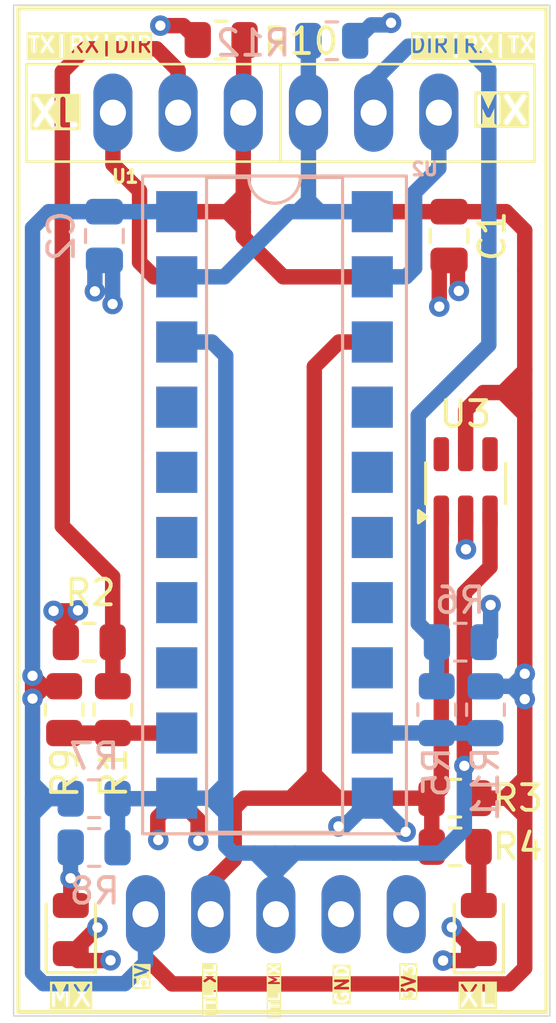
<source format=kicad_pcb>
(kicad_pcb (version 20240108) (generator "pcbnew") (generator_version "8.0")
  (layers (0 "F.Cu" signal) (1 "In1.Cu" signal) (2 "In2.Cu" signal) (31 "B.Cu" signal) (34 "B.Paste" user) (35 "F.Paste" user) (36 "B.SilkS" user "B.Silkscreen") (37 "F.SilkS" user "F.Silkscreen") (38 "B.Mask" user) (39 "F.Mask" user) (44 "Edge.Cuts" user))
  (net 0 "")
  (net 1 "GND")
  (net 2 "5V")
  (net 3 "RX_XL")
  (net 4 "DIR_MX")
  (net 5 "DIR_XL")
  (net 6 "TTL_XL")
  (net 7 "+3V3")
  (net 8 "TX_MX")
  (net 9 "TTL_MX")
  (net 10 "RX_MX")
  (net 11 "TX_XL")
  (net 36 "Net-(R1-Pad2)")
  (net 39 "Net-(R11-Pad2)")
  (net 40 "Net-(D1-A)")
  (net 41 "Net-(D2-A)")
  (footprint "Resistor_SMD:R_0805_2012Metric" (layer "F.Cu") (at 151.65 118.23)
    (property "Reference" "R2" (at 0.05 -1.93 0) (layer "F.SilkS"))
    (property "Value" "33K")
    (fp_line (start -0.227064 -0.735) (end 0.227064 -0.735) (stroke (width 0.12)) (layer "F.SilkS"))
    (fp_line (start -0.227064 0.735) (end 0.227064 0.735) (stroke (width 0.12)) (layer "F.SilkS"))
    (pad "1" smd roundrect (at -0.9125 0) (size 1.025 1.4) (layers "F.Cu" "F.Paste" "F.Mask") (roundrect_rratio 0.243902) (net 1 "GND"))
    (pad "2" smd roundrect (at 0.9125 0) (size 1.025 1.4) (layers "F.Cu" "F.Paste" "F.Mask") (roundrect_rratio 0.243902) (net 3 "RX_XL"))
  )
  (footprint "Package_TO_SOT_SMD:SOT-23-6" (layer "F.Cu") (at 166.3175 112.04 90)
    (property "Reference" "U3" (at 2.7 -0.01 0) (layer "F.SilkS"))
    (property "Value" "SRV05-4")
    (fp_line (start 0 -1.560001) (end 0.8 -1.56) (stroke (width 0.12)) (layer "F.SilkS"))
    (fp_line (start 0 -1.560001) (end -0.8 -1.56) (stroke (width 0.12)) (layer "F.SilkS"))
    (fp_line (start 0 1.560001) (end 0.8 1.56) (stroke (width 0.12)) (layer "F.SilkS"))
    (fp_line (start 0 1.560001) (end -0.8 1.56) (stroke (width 0.12)) (layer "F.SilkS"))
    (fp_poly (pts (xy -1.3 -1.51) (xy -1.54 -1.84) (xy -1.06 -1.84) (xy -1.3 -1.51)) (stroke (width 0.12)) (fill solid) (layer "F.SilkS"))
    (pad "1" smd roundrect (at -1.1375 -0.949999 90) (size 1.325 0.6) (layers "F.Cu" "F.Paste" "F.Mask") (net 6 "TTL_XL"))
    (pad "2" smd roundrect (at -1.1375 0 90) (size 1.325 0.6) (layers "F.Cu" "F.Paste" "F.Mask") (net 1 "GND"))
    (pad "3" smd roundrect (at -1.1375 0.949999 90) (size 1.325 0.6) (layers "F.Cu" "F.Paste" "F.Mask") (net 9 "TTL_MX"))
    (pad "4" smd roundrect (at 1.1375 0.949999 90) (size 1.325 0.6) (layers "F.Cu" "F.Paste" "F.Mask"))
    (pad "5" smd roundrect (at 1.1375 0 90) (size 1.325 0.6) (layers "F.Cu" "F.Paste" "F.Mask") (net 2 "5V"))
    (pad "6" smd roundrect (at 1.1375 -0.949999 90) (size 1.325 0.6) (layers "F.Cu" "F.Paste" "F.Mask"))
  )
  (footprint "Capacitor_SMD:C_0805_2012Metric" (layer "F.Cu") (at 165.67 102.4 -90)
    (property "Reference" "C1" (at 0 -1.679999 90) (layer "F.SilkS"))
    (property "Value" "C")
    (fp_line (start -0.261253 0.735) (end 0.261253 0.735) (stroke (width 0.12)) (layer "F.SilkS"))
    (fp_line (start -0.261253 -0.735) (end 0.261253 -0.735) (stroke (width 0.12)) (layer "F.SilkS"))
    (pad "1" smd roundrect (at -0.949999 0 270) (size 1 1.45) (layers "F.Cu" "F.Paste" "F.Mask") (net 2 "5V"))
    (pad "2" smd roundrect (at 0.949999 0 270) (size 1 1.45) (layers "F.Cu" "F.Paste" "F.Mask") (net 1 "GND"))
  )
  (footprint "LED_SMD:LED_0805_2012Metric" (layer "F.Cu") (at 166.83 129.43 90)
    (property "Reference" "D1" (hide yes))
    (property "Value" "GREEN")
    (fp_line (start 1 -0.96) (end -1.684999 -0.96) (stroke (width 0.12)) (layer "F.SilkS"))
    (fp_line (start -1.684999 -0.96) (end -1.684999 0.96) (stroke (width 0.12)) (layer "F.SilkS"))
    (fp_line (start -1.684999 0.96) (end 1 0.96) (stroke (width 0.12)) (layer "F.SilkS"))
    (pad "1" smd roundrect (at -0.937501 0 90) (size 0.975 1.4) (layers "F.Cu" "F.Paste" "F.Mask") (net 1 "GND"))
    (pad "2" smd roundrect (at 0.937501 0 90) (size 0.975 1.4) (layers "F.Cu" "F.Paste" "F.Mask") (net 40 "Net-(D1-A)"))
  )
  (footprint "Resistor_SMD:R_0805_2012Metric" (layer "F.Cu") (at 165.9 124.31)
    (property "Reference" "R3" (at 2.45 0 0) (layer "F.SilkS"))
    (property "Value" "10K")
    (fp_line (start -0.227064 -0.735) (end 0.227064 -0.735) (stroke (width 0.12)) (layer "F.SilkS"))
    (fp_line (start -0.227064 0.735) (end 0.227064 0.735) (stroke (width 0.12)) (layer "F.SilkS"))
    (pad "1" smd roundrect (at -0.9125 0) (size 1.025 1.4) (layers "F.Cu" "F.Paste" "F.Mask") (roundrect_rratio 0.243902) (net 6 "TTL_XL"))
    (pad "2" smd roundrect (at 0.9125 0) (size 1.025 1.4) (layers "F.Cu" "F.Paste" "F.Mask") (roundrect_rratio 0.243902) (net 2 "5V"))
  )
  (footprint "Package_DIP:DIP-20_W7.62mm_SMDSocket_SmallPads" (layer "F.Cu") (at 158.87 112.88)
    (property "Reference" "U1" (at -5.82 -12.8 0) (layer "F.SilkS") (effects (font (size 0.5 0.5) (thickness 0.125))))
    (property "Value" "74LS241")
    (fp_line (start -5.14 -12.82) (end -5.14 12.82) (stroke (width 0.12)) (layer "F.SilkS"))
    (fp_line (start -5.14 12.82) (end 5.14 12.82) (stroke (width 0.12)) (layer "F.SilkS"))
    (fp_line (start -2.65 -12.76) (end -2.65 12.76) (stroke (width 0.12)) (layer "F.SilkS"))
    (fp_line (start -2.65 12.76) (end 2.65 12.76) (stroke (width 0.12)) (layer "F.SilkS"))
    (fp_line (start -1 -12.76) (end -2.65 -12.76) (stroke (width 0.12)) (layer "F.SilkS"))
    (fp_line (start 2.65 -12.76) (end 1 -12.76) (stroke (width 0.12)) (layer "F.SilkS"))
    (fp_line (start 2.65 12.76) (end 2.65 -12.76) (stroke (width 0.12)) (layer "F.SilkS"))
    (fp_line (start 5.14 -12.82) (end -5.14 -12.82) (stroke (width 0.12)) (layer "F.SilkS"))
    (fp_line (start 5.14 12.82) (end 5.14 -12.82) (stroke (width 0.12)) (layer "F.SilkS"))
    (fp_arc (start 1 -12.76) (mid 0 -11.76) (end -1 -12.76) (stroke (width 0.12)) (layer "F.SilkS"))
    (pad "1" smd rect (at -3.81 -11.43) (size 1.6 1.6) (layers "F.Cu" "F.Paste" "F.Mask") (net 5 "DIR_XL"))
    (pad "2" smd rect (at -3.81 -8.89) (size 1.6 1.6) (layers "F.Cu" "F.Paste" "F.Mask") (net 11 "TX_XL"))
    (pad "3" smd rect (at -3.81 -6.35) (size 1.6 1.6) (layers "F.Cu" "F.Paste" "F.Mask"))
    (pad "4" smd rect (at -3.81 -3.81) (size 1.6 1.6) (layers "F.Cu" "F.Paste" "F.Mask"))
    (pad "5" smd rect (at -3.81 -1.27) (size 1.6 1.6) (layers "F.Cu" "F.Paste" "F.Mask"))
    (pad "6" smd rect (at -3.81 1.27) (size 1.6 1.6) (layers "F.Cu" "F.Paste" "F.Mask"))
    (pad "7" smd rect (at -3.81 3.81) (size 1.6 1.6) (layers "F.Cu" "F.Paste" "F.Mask"))
    (pad "8" smd rect (at -3.81 6.35) (size 1.6 1.6) (layers "F.Cu" "F.Paste" "F.Mask"))
    (pad "9" smd rect (at -3.81 8.89) (size 1.6 1.6) (layers "F.Cu" "F.Paste" "F.Mask") (net 36 "Net-(R1-Pad2)"))
    (pad "10" smd rect (at -3.81 11.43) (size 1.6 1.6) (layers "F.Cu" "F.Paste" "F.Mask") (net 1 "GND"))
    (pad "11" smd rect (at 3.81 11.43) (size 1.6 1.6) (layers "F.Cu" "F.Paste" "F.Mask") (net 6 "TTL_XL"))
    (pad "12" smd rect (at 3.81 8.89) (size 1.6 1.6) (layers "F.Cu" "F.Paste" "F.Mask"))
    (pad "13" smd rect (at 3.81 6.35) (size 1.6 1.6) (layers "F.Cu" "F.Paste" "F.Mask"))
    (pad "14" smd rect (at 3.81 3.81) (size 1.6 1.6) (layers "F.Cu" "F.Paste" "F.Mask"))
    (pad "15" smd rect (at 3.81 1.27) (size 1.6 1.6) (layers "F.Cu" "F.Paste" "F.Mask"))
    (pad "16" smd rect (at 3.81 -1.27) (size 1.6 1.6) (layers "F.Cu" "F.Paste" "F.Mask"))
    (pad "17" smd rect (at 3.81 -3.81) (size 1.6 1.6) (layers "F.Cu" "F.Paste" "F.Mask"))
    (pad "18" smd rect (at 3.81 -6.35) (size 1.6 1.6) (layers "F.Cu" "F.Paste" "F.Mask") (net 6 "TTL_XL"))
    (pad "19" smd rect (at 3.81 -8.89) (size 1.6 1.6) (layers "F.Cu" "F.Paste" "F.Mask") (net 5 "DIR_XL"))
    (pad "20" smd rect (at 3.81 -11.43) (size 1.6 1.6) (layers "F.Cu" "F.Paste" "F.Mask") (net 2 "5V"))
  )
  (footprint "Resistor_SMD:R_0805_2012Metric" (layer "F.Cu") (at 150.67 120.86 -90)
    (property "Reference" "R9" (at 2.47 -0.03 90) (layer "F.SilkS"))
    (property "Value" "4K7")
    (fp_line (start -0.227064 0.735) (end 0.227064 0.735) (stroke (width 0.12)) (layer "F.SilkS"))
    (fp_line (start -0.227064 -0.735) (end 0.227064 -0.735) (stroke (width 0.12)) (layer "F.SilkS"))
    (pad "1" smd roundrect (at -0.9125 0 270) (size 1.025 1.4) (layers "F.Cu" "F.Paste" "F.Mask") (roundrect_rratio 0.243902) (net 2 "5V"))
    (pad "2" smd roundrect (at 0.9125 0 270) (size 1.025 1.4) (layers "F.Cu" "F.Paste" "F.Mask") (roundrect_rratio 0.243902) (net 36 "Net-(R1-Pad2)"))
  )
  (footprint "Resistor_SMD:R_0805_2012Metric" (layer "F.Cu") (at 152.57 120.86 -90)
    (property "Reference" "R1" (at 2.46 -0.03 -90) (layer "F.SilkS"))
    (property "Value" "15K")
    (fp_line (start -0.227064 0.735) (end 0.227064 0.735) (stroke (width 0.12)) (layer "F.SilkS"))
    (fp_line (start -0.227064 -0.735) (end 0.227064 -0.735) (stroke (width 0.12)) (layer "F.SilkS"))
    (pad "1" smd roundrect (at -0.9125 0 270) (size 1.025 1.4) (layers "F.Cu" "F.Paste" "F.Mask") (roundrect_rratio 0.243902) (net 3 "RX_XL"))
    (pad "2" smd roundrect (at 0.9125 0 270) (size 1.025 1.4) (layers "F.Cu" "F.Paste" "F.Mask") (roundrect_rratio 0.243902) (net 36 "Net-(R1-Pad2)"))
  )
  (footprint "Resistor_SMD:R_0805_2012Metric" (layer "F.Cu") (at 165.91 126.21 180)
    (property "Reference" "R4" (at -2.44 0.01 180) (layer "F.SilkS"))
    (property "Value" "330")
    (fp_line (start -0.227064 0.735) (end 0.227064 0.735) (stroke (width 0.12)) (layer "F.SilkS"))
    (fp_line (start -0.227064 -0.735) (end 0.227064 -0.735) (stroke (width 0.12)) (layer "F.SilkS"))
    (pad "1" smd roundrect (at -0.9125 0 180) (size 1.025 1.4) (layers "F.Cu" "F.Paste" "F.Mask") (roundrect_rratio 0.243902) (net 40 "Net-(D1-A)"))
    (pad "2" smd roundrect (at 0.9125 0 180) (size 1.025 1.4) (layers "F.Cu" "F.Paste" "F.Mask") (roundrect_rratio 0.243902) (net 6 "TTL_XL"))
  )
  (footprint "Resistor_SMD:R_0805_2012Metric" (layer "F.Cu") (at 156.79 94.76)
    (property "Reference" "R10" (at 3.11 0.05 0) (layer "F.SilkS"))
    (property "Value" "10K")
    (fp_line (start -0.227064 -0.735) (end 0.227064 -0.735) (stroke (width 0.12)) (layer "F.SilkS"))
    (fp_line (start -0.227064 0.735) (end 0.227064 0.735) (stroke (width 0.12)) (layer "F.SilkS"))
    (pad "1" smd roundrect (at -0.9125 0) (size 1.025 1.4) (layers "F.Cu" "F.Paste" "F.Mask") (roundrect_rratio 0.243902) (net 1 "GND"))
    (pad "2" smd roundrect (at 0.9125 0) (size 1.025 1.4) (layers "F.Cu" "F.Paste" "F.Mask") (roundrect_rratio 0.243902) (net 5 "DIR_XL"))
  )
  (footprint "transceiver 2.0:TRANSCEIVER_2.0" (layer "F.Cu") (at 150.286 95.051)
    (property "Reference" "U$1" (hide yes))
    (property "Value" "TRANSCEIVER_2.0" (hide yes))
    (fp_line (start -1.397 -1.524) (end 19.177 -1.524) (stroke (width 0.1524)) (layer "F.SilkS"))
    (fp_line (start -1.397 37.592) (end -1.397 -1.524) (stroke (width 0.1524)) (layer "F.SilkS"))
    (fp_line (start 19.177 -1.524) (end 19.177 37.592) (stroke (width 0.1524)) (layer "F.SilkS"))
    (fp_line (start 19.177 37.592) (end -1.397 37.592) (stroke (width 0.1524)) (layer "F.SilkS"))
    (pad "1" thru_hole oval (at 14.986 2.54 90) (size 3.048 1.524) (drill 1.016) (layers "*.Cu" "*.Mask") (net 8 "TX_MX"))
    (pad "2" thru_hole oval (at 12.446 2.54 90) (size 3.048 1.524) (drill 1.016) (layers "*.Cu" "*.Mask") (net 10 "RX_MX"))
    (pad "3" thru_hole oval (at 9.906 2.54 90) (size 3.048 1.524) (drill 1.016) (layers "*.Cu" "*.Mask") (net 4 "DIR_MX"))
    (pad "4" thru_hole oval (at 7.366 2.54 90) (size 3.048 1.524) (drill 1.016) (layers "*.Cu" "*.Mask") (net 5 "DIR_XL"))
    (pad "5" thru_hole oval (at 4.826 2.54 90) (size 3.048 1.524) (drill 1.016) (layers "*.Cu" "*.Mask") (net 3 "RX_XL"))
    (pad "6" thru_hole oval (at 2.286 2.54 90) (size 3.048 1.524) (drill 1.016) (layers "*.Cu" "*.Mask") (net 11 "TX_XL"))
    (pad "7" thru_hole oval (at 3.556 33.782 90) (size 3.048 1.524) (drill 1.016) (layers "*.Cu" "*.Mask") (net 2 "5V"))
    (pad "8" thru_hole oval (at 6.096 33.782 90) (size 3.048 1.524) (drill 1.016) (layers "*.Cu" "*.Mask") (net 6 "TTL_XL"))
    (pad "9" thru_hole oval (at 8.636 33.782 90) (size 3.048 1.524) (drill 1.016) (layers "*.Cu" "*.Mask") (net 9 "TTL_MX"))
    (pad "10" thru_hole oval (at 11.176 33.782 90) (size 3.048 1.524) (drill 1.016) (layers "*.Cu" "*.Mask") (net 1 "GND"))
    (pad "11" thru_hole oval (at 13.716 33.782 90) (size 3.048 1.524) (drill 1.016) (layers "*.Cu" "*.Mask") (net 7 "+3V3"))
  )
  (footprint "LED_SMD:LED_0805_2012Metric" (layer "F.Cu") (at 150.93 129.43 90)
    (property "Reference" "D2" (hide yes))
    (property "Value" "BLUE")
    (fp_line (start 1 -0.96) (end -1.685 -0.96) (stroke (width 0.12)) (layer "F.SilkS"))
    (fp_line (start -1.685 -0.96) (end -1.685 0.96) (stroke (width 0.12)) (layer "F.SilkS"))
    (fp_line (start -1.685 0.96) (end 1 0.96) (stroke (width 0.12)) (layer "F.SilkS"))
    (pad "1" smd roundrect (at -0.9375 0 90) (size 0.975 1.4) (layers "F.Cu" "F.Paste" "F.Mask") (net 1 "GND"))
    (pad "2" smd roundrect (at 0.9375 0 90) (size 0.975 1.4) (layers "F.Cu" "F.Paste" "F.Mask") (net 41 "Net-(D2-A)"))
  )
  (footprint "Resistor_SMD:R_0805_2012Metric" (layer "B.Cu") (at 166.11 118.23 180)
    (property "Reference" "R6" (at 0.01 1.63 180) (layer "B.SilkS") (effects (justify mirror)))
    (property "Value" "33K")
    (fp_line (start 0.227064 0.735) (end -0.227064 0.735) (stroke (width 0.12)) (layer "B.SilkS"))
    (fp_line (start 0.227064 -0.735) (end -0.227064 -0.735) (stroke (width 0.12)) (layer "B.SilkS"))
    (pad "1" smd roundrect (at -0.9125 0 180) (size 1.025 1.4) (layers "B.Cu" "B.Paste" "B.Mask") (roundrect_rratio 0.243902) (net 1 "GND"))
    (pad "2" smd roundrect (at 0.9125 0 180) (size 1.025 1.4) (layers "B.Cu" "B.Paste" "B.Mask") (roundrect_rratio 0.243902) (net 10 "RX_MX"))
  )
  (footprint "Resistor_SMD:R_0805_2012Metric" (layer "B.Cu") (at 151.84 126.23)
    (property "Reference" "R8" (at 0.02 1.7 180) (layer "B.SilkS") (effects (justify mirror)))
    (property "Value" "330")
    (fp_line (start 0.227064 -0.735) (end -0.227064 -0.735) (stroke (width 0.12)) (layer "B.SilkS"))
    (fp_line (start 0.227064 0.735) (end -0.227064 0.735) (stroke (width 0.12)) (layer "B.SilkS"))
    (pad "1" smd roundrect (at -0.9125 0) (size 1.025 1.4) (layers "B.Cu" "B.Paste" "B.Mask") (roundrect_rratio 0.243902) (net 41 "Net-(D2-A)"))
    (pad "2" smd roundrect (at 0.9125 0) (size 1.025 1.4) (layers "B.Cu" "B.Paste" "B.Mask") (roundrect_rratio 0.243902) (net 9 "TTL_MX"))
  )
  (footprint "Resistor_SMD:R_0805_2012Metric" (layer "B.Cu") (at 161.1 94.79 180)
    (property "Reference" "R12" (at 3.06 -0.09 180) (layer "B.SilkS") (effects (justify mirror)))
    (property "Value" "10K")
    (fp_line (start 0.227064 0.735) (end -0.227064 0.735) (stroke (width 0.12)) (layer "B.SilkS"))
    (fp_line (start 0.227064 -0.735) (end -0.227064 -0.735) (stroke (width 0.12)) (layer "B.SilkS"))
    (pad "1" smd roundrect (at -0.9125 0 180) (size 1.025 1.4) (layers "B.Cu" "B.Paste" "B.Mask") (roundrect_rratio 0.243902) (net 1 "GND"))
    (pad "2" smd roundrect (at 0.9125 0 180) (size 1.025 1.4) (layers "B.Cu" "B.Paste" "B.Mask") (roundrect_rratio 0.243902) (net 4 "DIR_MX"))
  )
  (footprint "Package_DIP:DIP-20_W7.62mm_SMDSocket_SmallPads" (layer "B.Cu") (at 158.87 112.88 180)
    (property "Reference" "U2" (at -5.85 13.09 180) (layer "B.SilkS") (effects (font (size 0.5 0.5) (thickness 0.125)) (justify mirror)))
    (property "Value" "74LS241")
    (fp_line (start 5.14 12.82) (end 5.14 -12.82) (stroke (width 0.12)) (layer "B.SilkS"))
    (fp_line (start 5.14 -12.82) (end -5.14 -12.82) (stroke (width 0.12)) (layer "B.SilkS"))
    (fp_line (start 2.65 12.76) (end 2.65 -12.76) (stroke (width 0.12)) (layer "B.SilkS"))
    (fp_line (start 2.65 -12.76) (end -2.65 -12.76) (stroke (width 0.12)) (layer "B.SilkS"))
    (fp_line (start 1 12.76) (end 2.65 12.76) (stroke (width 0.12)) (layer "B.SilkS"))
    (fp_line (start -2.65 12.76) (end -1 12.76) (stroke (width 0.12)) (layer "B.SilkS"))
    (fp_line (start -2.65 -12.76) (end -2.65 12.76) (stroke (width 0.12)) (layer "B.SilkS"))
    (fp_line (start -5.14 12.82) (end 5.14 12.82) (stroke (width 0.12)) (layer "B.SilkS"))
    (fp_line (start -5.14 -12.82) (end -5.14 12.82) (stroke (width 0.12)) (layer "B.SilkS"))
    (fp_arc (start -1 12.76) (mid 0 11.76) (end 1 12.76) (stroke (width 0.12)) (layer "B.SilkS"))
    (pad "1" smd rect (at -3.81 11.43 180) (size 1.6 1.6) (layers "B.Cu" "B.Paste" "B.Mask") (net 4 "DIR_MX"))
    (pad "2" smd rect (at -3.81 8.89 180) (size 1.6 1.6) (layers "B.Cu" "B.Paste" "B.Mask") (net 8 "TX_MX"))
    (pad "3" smd rect (at -3.81 6.35 180) (size 1.6 1.6) (layers "B.Cu" "B.Paste" "B.Mask"))
    (pad "4" smd rect (at -3.81 3.81 180) (size 1.6 1.6) (layers "B.Cu" "B.Paste" "B.Mask"))
    (pad "5" smd rect (at -3.81 1.27 180) (size 1.6 1.6) (layers "B.Cu" "B.Paste" "B.Mask"))
    (pad "6" smd rect (at -3.81 -1.27 180) (size 1.6 1.6) (layers "B.Cu" "B.Paste" "B.Mask"))
    (pad "7" smd rect (at -3.81 -3.81 180) (size 1.6 1.6) (layers "B.Cu" "B.Paste" "B.Mask"))
    (pad "8" smd rect (at -3.81 -6.35 180) (size 1.6 1.6) (layers "B.Cu" "B.Paste" "B.Mask"))
    (pad "9" smd rect (at -3.81 -8.89 180) (size 1.6 1.6) (layers "B.Cu" "B.Paste" "B.Mask") (net 39 "Net-(R11-Pad2)"))
    (pad "10" smd rect (at -3.81 -11.43 180) (size 1.6 1.6) (layers "B.Cu" "B.Paste" "B.Mask") (net 1 "GND"))
    (pad "11" smd rect (at 3.81 -11.43 180) (size 1.6 1.6) (layers "B.Cu" "B.Paste" "B.Mask") (net 9 "TTL_MX"))
    (pad "12" smd rect (at 3.81 -8.89 180) (size 1.6 1.6) (layers "B.Cu" "B.Paste" "B.Mask"))
    (pad "13" smd rect (at 3.81 -6.35 180) (size 1.6 1.6) (layers "B.Cu" "B.Paste" "B.Mask"))
    (pad "14" smd rect (at 3.81 -3.81 180) (size 1.6 1.6) (layers "B.Cu" "B.Paste" "B.Mask"))
    (pad "15" smd rect (at 3.81 -1.27 180) (size 1.6 1.6) (layers "B.Cu" "B.Paste" "B.Mask"))
    (pad "16" smd rect (at 3.81 1.27 180) (size 1.6 1.6) (layers "B.Cu" "B.Paste" "B.Mask"))
    (pad "17" smd rect (at 3.81 3.81 180) (size 1.6 1.6) (layers "B.Cu" "B.Paste" "B.Mask"))
    (pad "18" smd rect (at 3.81 6.35 180) (size 1.6 1.6) (layers "B.Cu" "B.Paste" "B.Mask") (net 9 "TTL_MX"))
    (pad "19" smd rect (at 3.81 8.89 180) (size 1.6 1.6) (layers "B.Cu" "B.Paste" "B.Mask") (net 4 "DIR_MX"))
    (pad "20" smd rect (at 3.81 11.43 180) (size 1.6 1.6) (layers "B.Cu" "B.Paste" "B.Mask") (net 2 "5V"))
  )
  (footprint "Resistor_SMD:R_0805_2012Metric" (layer "B.Cu") (at 165.19 120.86 -90)
    (property "Reference" "R5" (at 2.44 0 90) (layer "B.SilkS") (effects (justify mirror)))
    (property "Value" "15K")
    (fp_line (start 0.227064 0.735) (end -0.227064 0.735) (stroke (width 0.12)) (layer "B.SilkS"))
    (fp_line (start 0.227064 -0.735) (end -0.227064 -0.735) (stroke (width 0.12)) (layer "B.SilkS"))
    (pad "1" smd roundrect (at -0.9125 0 270) (size 1.025 1.4) (layers "B.Cu" "B.Paste" "B.Mask") (roundrect_rratio 0.243902) (net 10 "RX_MX"))
    (pad "2" smd roundrect (at 0.9125 0 270) (size 1.025 1.4) (layers "B.Cu" "B.Paste" "B.Mask") (roundrect_rratio 0.243902) (net 39 "Net-(R11-Pad2)"))
  )
  (footprint "Capacitor_SMD:C_0805_2012Metric" (layer "B.Cu") (at 152.24 102.4 -90)
    (property "Reference" "C2" (at 0 1.679999 90) (layer "B.SilkS") (effects (justify mirror)))
    (property "Value" "C")
    (fp_line (start 0.261253 0.735) (end -0.261253 0.735) (stroke (width 0.12)) (layer "B.SilkS"))
    (fp_line (start 0.261253 -0.735) (end -0.261253 -0.735) (stroke (width 0.12)) (layer "B.SilkS"))
    (pad "1" smd roundrect (at -0.949999 0 270) (size 1 1.45) (layers "B.Cu" "B.Paste" "B.Mask") (net 2 "5V"))
    (pad "2" smd roundrect (at 0.949999 0 270) (size 1 1.45) (layers "B.Cu" "B.Paste" "B.Mask") (net 1 "GND"))
  )
  (footprint "Resistor_SMD:R_0805_2012Metric" (layer "B.Cu") (at 167.09 120.8625 -90)
    (property "Reference" "R11" (at 2.8975 0 90) (layer "B.SilkS") (effects (justify mirror)))
    (property "Value" "4K7")
    (fp_line (start 0.227064 0.735) (end -0.227064 0.735) (stroke (width 0.12)) (layer "B.SilkS"))
    (fp_line (start 0.227064 -0.735) (end -0.227064 -0.735) (stroke (width 0.12)) (layer "B.SilkS"))
    (pad "1" smd roundrect (at -0.9125 0 270) (size 1.025 1.4) (layers "B.Cu" "B.Paste" "B.Mask") (roundrect_rratio 0.243902) (net 2 "5V"))
    (pad "2" smd roundrect (at 0.9125 0 270) (size 1.025 1.4) (layers "B.Cu" "B.Paste" "B.Mask") (roundrect_rratio 0.243902) (net 39 "Net-(R11-Pad2)"))
  )
  (footprint "Resistor_SMD:R_0805_2012Metric" (layer "B.Cu") (at 151.84 124.33 180)
    (property "Reference" "R7" (at 0 1.65 180) (layer "B.SilkS") (effects (justify mirror)))
    (property "Value" "10K")
    (fp_line (start 0.227064 0.735) (end -0.227064 0.735) (stroke (width 0.12)) (layer "B.SilkS"))
    (fp_line (start 0.227064 -0.735) (end -0.227064 -0.735) (stroke (width 0.12)) (layer "B.SilkS"))
    (pad "1" smd roundrect (at -0.9125 0 180) (size 1.025 1.4) (layers "B.Cu" "B.Paste" "B.Mask") (roundrect_rratio 0.243902) (net 9 "TTL_MX"))
    (pad "2" smd roundrect (at 0.9125 0 180) (size 1.025 1.4) (layers "B.Cu" "B.Paste" "B.Mask") (roundrect_rratio 0.243902) (net 2 "5V"))
  )
  (gr_rect (start 149.2 95.7) (end 159.1 99.5) (stroke (width 0.1)) (fill none) (layer "F.SilkS"))
  (gr_rect (start 159.1 95.7) (end 169 99.5) (stroke (width 0.1)) (fill none) (layer "F.SilkS"))
  (gr_rect (start 148.7 93.4) (end 169.6 132.8) (stroke (width 0.05)) (fill none) (layer "Edge.Cuts"))
  (gr_text "GND\n" (at 161.8 132.4 90) (layer "F.SilkS" knockout) (effects (font (size 0.5 0.5) (thickness 0.1)) (justify left bottom)))
  (gr_text "XL" (at 149.3 98.2 0) (layer "F.SilkS" knockout) (effects (font (size 1 1) (thickness 0.2) (bold yes)) (justify left bottom)))
  (gr_text "5V" (at 154 131.8 90) (layer "F.SilkS" knockout) (effects (font (size 0.5 0.5) (thickness 0.1)) (justify left bottom)))
  (gr_text "XL" (at 166 132.5 0) (layer "F.SilkS" knockout) (effects (font (size 0.8 0.8) (thickness 0.1)) (justify left bottom)))
  (gr_text "DIR|RX|TX" (at 164.1 95.3 0) (layer "F.SilkS" knockout) (effects (font (size 0.6 0.6) (thickness 0.1)) (justify left bottom)))
  (gr_text "MX\n" (at 166.5 98.1 0) (layer "F.SilkS" knockout) (effects (font (size 1 1) (thickness 0.2) (bold yes)) (justify left bottom)))
  (gr_text "3V3" (at 164.4 132.2 90) (layer "F.SilkS" knockout) (effects (font (size 0.5 0.5) (thickness 0.1)) (justify left bottom)))
  (gr_text "TTL XL" (at 156.6 132.8 90) (layer "F.SilkS" knockout) (effects (font (size 0.4 0.4) (thickness 0.1)) (justify left bottom)))
  (gr_text "MX" (at 150 132.5 0) (layer "F.SilkS" knockout) (effects (font (size 0.8 0.8) (thickness 0.1)) (justify left bottom)))
  (gr_text "TTL MX\n" (at 159.1 132.9 90) (layer "F.SilkS" knockout) (effects (font (size 0.4 0.4) (thickness 0.075)) (justify left bottom)))
  (gr_text "TX|RX|DIR" (at 149.2 95.3 0) (layer "F.SilkS" knockout) (effects (font (size 0.6 0.6) (thickness 0.1)) (justify left bottom)))
  (segment (start 166 103.679999) (end 165.67 103.349999) (width 0.6) (layer "F.Cu") (net 1))
  (segment (start 165.29 103.729999) (end 165.67 103.349999) (width 0.6) (layer "F.Cu") (net 1))
  (segment (start 150.93 130.3675) (end 151.2025 130.64) (width 0.6) (layer "F.Cu") (net 1))
  (segment (start 165.29 105.08) (end 165.29 103.729999) (width 0.6) (layer "F.Cu") (net 1))
  (segment (start 155.89 125.87) (end 155.89 125.14) (width 0.6) (layer "F.Cu") (net 1))
  (segment (start 151.2025 130.64) (end 152.34 130.64) (width 0.6) (layer "F.Cu") (net 1))
  (segment (start 165.802493 129.339994) (end 166.83 130.367501) (width 0.6) (layer "F.Cu") (net 1))
  (segment (start 154.32 125.86) (end 154.32 125.05) (width 0.6) (layer "F.Cu") (net 1))
  (segment (start 166.3175 114.5375) (end 166.35 114.57) (width 0.6) (layer "F.Cu") (net 1))
  (segment (start 150.7375 117.4875) (end 150.26 117.01) (width 0.6) (layer "F.Cu") (net 1))
  (segment (start 150.7375 118.23) (end 150.7375 117.4625) (width 0.6) (layer "F.Cu") (net 1))
  (segment (start 155.8775 94.76) (end 155.3175 94.2) (width 0.6) (layer "F.Cu") (net 1))
  (segment (start 165.777532 129.339994) (end 165.802493 129.339994) (width 0.6) (layer "F.Cu") (net 1))
  (segment (start 166 104.41) (end 166 103.679999) (width 0.6) (layer "F.Cu") (net 1))
  (segment (start 154.32 125.05) (end 155.06 124.31) (width 0.6) (layer "F.Cu") (net 1))
  (segment (start 166.557501 130.64) (end 166.83 130.367501) (width 0.6) (layer "F.Cu") (net 1))
  (segment (start 151.19 117.01) (end 151.21 116.99) (width 0.6) (layer "F.Cu") (net 1))
  (segment (start 155.3175 94.2) (end 154.5 94.2) (width 0.6) (layer "F.Cu") (net 1))
  (segment (start 166.3175 113.1775) (end 166.3175 114.5375) (width 0.6) (layer "F.Cu") (net 1))
  (segment (start 150.7375 118.23) (end 150.7375 117.4875) (width 0.6) (layer "F.Cu") (net 1))
  (segment (start 166.83 130.367501) (end 166.787501 130.367501) (width 0.6) (layer "F.Cu") (net 1))
  (segment (start 155.89 125.14) (end 155.06 124.31) (width 0.6) (layer "F.Cu") (net 1))
  (segment (start 150.93 130.3675) (end 150.954354 130.3675) (width 0.6) (layer "F.Cu") (net 1))
  (segment (start 165.44 130.64) (end 166.557501 130.64) (width 0.6) (layer "F.Cu") (net 1))
  (segment (start 150.7375 117.4625) (end 151.21 116.99) (width 0.6) (layer "F.Cu") (net 1))
  (segment (start 150.26 117.01) (end 151.19 117.01) (width 0.6) (layer "F.Cu") (net 1))
  (segment (start 150.954354 130.3675) (end 151.969399 129.352455) (width 0.6) (layer "F.Cu") (net 1))
  (via (at 152.56 105.05) (size 0.8) (drill 0.4) (layers "F.Cu" "B.Cu") (net 1))
  (via (at 163.41 94.09) (size 0.8) (drill 0.4) (layers "F.Cu" "B.Cu") (net 1))
  (via (at 165.29 105.15) (size 0.8) (drill 0.4) (layers "F.Cu" "B.Cu") (net 1))
  (via (at 166.33 114.61) (size 0.8) (drill 0.4) (layers "F.Cu" "B.Cu") (net 1))
  (via (at 155.9 125.97) (size 0.8) (drill 0.4) (layers "F.Cu" "B.Cu") (net 1))
  (via (at 165.44 130.64) (size 0.8) (drill 0.4) (layers "F.Cu" "B.Cu") (net 1))
  (via (at 165.777532 129.339994) (size 0.8) (drill 0.4) (layers "F.Cu" "B.Cu") (net 1))
  (via (at 151.969399 129.352455) (size 0.8) (drill 0.4) (layers "F.Cu" "B.Cu") (net 1))
  (via (at 166.05 104.54) (size 0.8) (drill 0.4) (layers "F.Cu" "B.Cu") (net 1))
  (via (at 151.21 116.99) (size 0.8) (drill 0.4) (layers "F.Cu" "B.Cu") (net 1))
  (via (at 152.48 130.63) (size 0.8) (drill 0.4) (layers "F.Cu" "B.Cu") (net 1))
  (via (at 163.98 125.62) (size 0.8) (drill 0.4) (layers "F.Cu" "B.Cu") (net 1))
  (via (at 167.29 116.78) (size 0.8) (drill 0.4) (layers "F.Cu" "B.Cu") (net 1))
  (via (at 161.360384 125.410001) (size 0.8) (drill 0.4) (layers "F.Cu" "B.Cu") (net 1))
  (via (at 150.26 117.01) (size 0.8) (drill 0.4) (layers "F.Cu" "B.Cu") (net 1))
  (via (at 151.869341 104.554527) (size 0.8) (drill 0.4) (layers "F.Cu" "B.Cu") (net 1))
  (via (at 154.34 125.94) (size 0.8) (drill 0.4) (layers "F.Cu" "B.Cu") (net 1))
  (via (at 154.42 94.2) (size 0.8) (drill 0.4) (layers "F.Cu" "B.Cu") (net 1))
  (segment (start 161.579999 125.410001) (end 162.68 124.31) (width 0.6) (layer "B.Cu") (net 1))
  (segment (start 163.42 94.17) (end 162.6325 94.17) (width 0.6) (layer "B.Cu") (net 1))
  (segment (start 163.885976 125.551798) (end 163.885976 125.515976) (width 0.6) (layer "B.Cu") (net 1))
  (segment (start 151.869341 104.554527) (end 151.869341 103.720658) (width 0.6) (layer "B.Cu") (net 1))
  (segment (start 167.29 116.78) (end 167.29 117.9625) (width 0.6) (layer "B.Cu") (net 1))
  (segment (start 151.869341 103.720658) (end 152.24 103.349999) (width 0.6) (layer "B.Cu") (net 1))
  (segment (start 162.6325 94.17) (end 162.0125 94.79) (width 0.6) (layer "B.Cu") (net 1))
  (segment (start 152.56 105.05) (end 152.56 103.669999) (width 0.6) (layer "B.Cu") (net 1))
  (segment (start 163.885976 125.515976) (end 162.68 124.31) (width 0.6) (layer "B.Cu") (net 1))
  (segment (start 152.56 103.669999) (end 152.24 103.349999) (width 0.6) (layer "B.Cu") (net 1))
  (segment (start 167.29 117.9625) (end 167.0225 118.23) (width 0.6) (layer "B.Cu") (net 1))
  (segment (start 168.62 123.52) (end 168.62 120.45) (width 0.6) (layer "F.Cu") (net 2))
  (segment (start 166.3175 110.9025) (end 166.3175 109.1925) (width 0.6) (layer "F.Cu") (net 2))
  (segment (start 167.96 124.31) (end 168.62 124.31) (width 0.6) (layer "F.Cu") (net 2))
  (segment (start 167.76 108.5) (end 168.62 109.36) (width 0.6) (layer "F.Cu") (net 2))
  (segment (start 167.01 108.5) (end 167.76 108.5) (width 0.6) (layer "F.Cu") (net 2))
  (segment (start 167.96 124.18) (end 168.62 123.52) (width 0.6) (layer "F.Cu") (net 2))
  (segment (start 153.842 130.512) (end 154.88 131.55) (width 0.6) (layer "F.Cu") (net 2))
  (segment (start 168.62 119.46) (end 168.62 109.46) (width 0.6) (layer "F.Cu") (net 2))
  (segment (start 165.2 101.450001) (end 167.890001 101.450001) (width 0.6) (layer "F.Cu") (net 2))
  (segment (start 168.62 102.570837) (end 168.62 103.736106) (width 0.6) (layer "F.Cu") (net 2))
  (segment (start 154.88 131.55) (end 168 131.55) (width 0.6) (layer "F.Cu") (net 2))
  (segment (start 167.96 124.35) (end 168.62 125.01) (width 0.6) (layer "F.Cu") (net 2))
  (segment (start 150.67 119.9475) (end 149.9225 119.9475) (width 0.6) (layer "F.Cu") (net 2))
  (segment (start 167.76 108.5) (end 168.62 107.64) (width 0.6) (layer "F.Cu") (net 2))
  (segment (start 168.62 125.01) (end 168.62 124.31) (width 0.6) (layer "F.Cu") (net 2))
  (segment (start 167.890001 101.450001) (end 168.62 102.18) (width 0.6) (layer "F.Cu") (net 2))
  (segment (start 166.3175 109.1925) (end 167.01 108.5) (width 0.6) (layer "F.Cu") (net 2))
  (segment (start 168.62 109.36) (end 168.62 109.46) (width 0.6) (layer "F.Cu") (net 2))
  (segment (start 168.62 109.46) (end 168.62 108.5) (width 0.6) (layer "F.Cu") (net 2))
  (segment (start 168 131.55) (end 168.62 130.93) (width 0.6) (layer "F.Cu") (net 2))
  (segment (start 153.842 128.833) (end 153.842 130.512) (width 0.6) (layer "F.Cu") (net 2))
  (segment (start 168.62 107.59) (end 168.62 103.736106) (width 0.6) (layer "F.Cu") (net 2))
  (segment (start 167.76 108.5) (end 168.62 108.5) (width 0.6) (layer "F.Cu") (net 2))
  (segment (start 162.68 101.45) (end 165.199999 101.45) (width 0.6) (layer "F.Cu") (net 2))
  (segment (start 168.62 130.93) (end 168.62 125.01) (width 0.6) (layer "F.Cu") (net 2))
  (segment (start 166.8125 124.31) (end 167.96 124.31) (width 0.6) (layer "F.Cu") (net 2))
  (segment (start 150.67 119.9475) (end 149.8475 119.9475) (width 0.6) (layer "F.Cu") (net 2))
  (segment (start 168.62 108.5) (end 168.62 107.59) (width 0.6) (layer "F.Cu") (net 2))
  (segment (start 167.96 124.18) (end 167.96 124.35) (width 0.6) (layer "F.Cu") (net 2))
  (segment (start 165.199999 101.45) (end 165.2 101.450001) (width 0.6) (layer "F.Cu") (net 2))
  (segment (start 149.8475 119.9475) (end 149.44 119.54) (width 0.6) (layer "F.Cu") (net 2))
  (segment (start 162.68 101.45) (end 162.77 101.54) (width 0.6) (layer "F.Cu") (net 2))
  (segment (start 168.62 102.18) (end 168.62 102.570837) (width 0.6) (layer "F.Cu") (net 2))
  (segment (start 168.62 124.31) (end 168.62 123.52) (width 0.6) (layer "F.Cu") (net 2))
  (segment (start 149.44 120.43) (end 149.44 119.54) (width 0.6) (layer "F.Cu") (net 2))
  (segment (start 149.9225 119.9475) (end 149.44 120.43) (width 0.6) (layer "F.Cu") (net 2))
  (segment (start 167.96 124.31) (end 167.96 124.18) (width 0.6) (layer "F.Cu") (net 2))
  (segment (start 168.62 107.64) (end 168.62 107.59) (width 0.6) (layer "F.Cu") (net 2))
  (via (at 149.44 119.54) (size 0.8) (drill 0.4) (layers "F.Cu" "B.Cu") (net 2))
  (via (at 168.62 120.45) (size 0.8) (drill 0.4) (layers "F.Cu" "B.Cu") (net 2))
  (via (at 149.44 120.43) (size 0.8) (drill 0.4) (layers "F.Cu" "B.Cu") (net 2))
  (via (at 168.62 119.46) (size 0.8) (drill 0.4) (layers "F.Cu" "B.Cu") (net 2))
  (segment (start 149.45 124.94) (end 149.44 124.94) (width 0.6) (layer "B.Cu") (net 2))
  (segment (start 167.09 119.95) (end 168.12 119.95) (width 0.6) (layer "B.Cu") (net 2))
  (segment (start 153.03 131.54) (end 153.842 130.728) (width 0.6) (layer "B.Cu") (net 2))
  (segment (start 149.44 119.54) (end 149.44 102.08) (width 0.6) (layer "B.Cu") (net 2))
  (segment (start 167.09 119.95) (end 168.13 119.95) (width 0.6) (layer "B.Cu") (net 2))
  (segment (start 150.06 124.33) (end 150.04 124.33) (width 0.6) (layer "B.Cu") (net 2))
  (segment (start 149.44 124.94) (end 149.44 131.12) (width 0.6) (layer "B.Cu") (net 2))
  (segment (start 149.44 120.43) (end 149.44 123.73) (width 0.6) (layer "B.Cu") (net 2))
  (segment (start 149.44 123.73) (end 149.44 124.33) (width 0.6) (layer "B.Cu") (net 2))
  (segment (start 155.06 101.45) (end 154.97 101.54) (width 0.6) (layer "B.Cu") (net 2))
  (segment (start 149.44 131.12) (end 149.86 131.54) (width 0.6) (layer "B.Cu") (net 2))
  (segment (start 155.059999 101.450001) (end 155.06 101.45) (width 0.6) (layer "B.Cu") (net 2))
  (segment (start 150.9275 124.33) (end 150.06 124.33) (width 0.6) (layer "B.Cu") (net 2))
  (segment (start 150.04 124.33) (end 149.44 123.73) (width 0.6) (layer "B.Cu") (net 2))
  (segment (start 149.44 102.08) (end 150.069999 101.450001) (width 0.6) (layer "B.Cu") (net 2))
  (segment (start 168.13 119.95) (end 168.62 119.46) (width 0.6) (layer "B.Cu") (net 2))
  (segment (start 153.842 130.728) (end 153.842 128.833) (width 0.6) (layer "B.Cu") (net 2))
  (segment (start 149.86 131.54) (end 153.03 131.54) (width 0.6) (layer "B.Cu") (net 2))
  (segment (start 150.069999 101.450001) (end 155.059999 101.450001) (width 0.6) (layer "B.Cu") (net 2))
  (segment (start 150.06 124.33) (end 149.45 124.94) (width 0.6) (layer "B.Cu") (net 2))
  (segment (start 150.06 124.33) (end 149.44 124.33) (width 0.6) (layer "B.Cu") (net 2))
  (segment (start 168.12 119.95) (end 168.62 120.45) (width 0.6) (layer "B.Cu") (net 2))
  (segment (start 168.62 119.46) (end 168.62 120.45) (width 0.6) (layer "B.Cu") (net 2))
  (segment (start 149.44 124.33) (end 149.44 124.94) (width 0.6) (layer "B.Cu") (net 2))
  (segment (start 152.5625 118.23) (end 152.5625 115.6725) (width 0.6) (layer "F.Cu") (net 3))
  (segment (start 152.5625 115.6725) (end 150.6 113.71) (width 0.6) (layer "F.Cu") (net 3))
  (segment (start 150.6 113.71) (end 150.6 96) (width 0.6) (layer "F.Cu") (net 3))
  (segment (start 155.112 95.942) (end 155.112 97.591) (width 0.6) (layer "F.Cu") (net 3))
  (segment (start 151.5 95.1) (end 154.27 95.1) (width 0.6) (layer "F.Cu") (net 3))
  (segment (start 154.27 95.1) (end 155.112 95.942) (width 0.6) (layer "F.Cu") (net 3))
  (segment (start 150.6 96) (end 151.5 95.1) (width 0.6) (layer "F.Cu") (net 3))
  (segment (start 152.57 118.2375) (end 152.5625 118.23) (width 0.6) (layer "F.Cu") (net 3))
  (segment (start 152.57 119.9475) (end 152.57 118.2375) (width 0.6) (layer "F.Cu") (net 3))
  (segment (start 156.91 103.99) (end 159.45 101.45) (width 0.6) (layer "B.Cu") (net 4))
  (segment (start 160.64 101.45) (end 162.68 101.45) (width 0.6) (layer "B.Cu") (net 4))
  (segment (start 160.192 100.83) (end 160.192 101.412) (width 0.6) (layer "B.Cu") (net 4))
  (segment (start 160.1875 94.79) (end 160.1875 97.5865) (width 0.6) (layer "B.Cu") (net 4))
  (segment (start 160.23 101.45) (end 160.64 101.45) (width 0.6) (layer "B.Cu") (net 4))
  (segment (start 160.192 101.018) (end 160.208 101.018) (width 0.6) (layer "B.Cu") (net 4))
  (segment (start 160.192 101.412) (end 160.23 101.45) (width 0.6) (layer "B.Cu") (net 4))
  (segment (start 155.06 103.99) (end 156.91 103.99) (width 0.6) (layer "B.Cu") (net 4))
  (segment (start 160.208 101.018) (end 160.64 101.45) (width 0.6) (layer "B.Cu") (net 4))
  (segment (start 160.1875 97.5865) (end 160.192 97.591) (width 0.6) (layer "B.Cu") (net 4))
  (segment (start 160.192 97.591) (end 160.192 100.83) (width 0.6) (layer "B.Cu") (net 4))
  (segment (start 160.192 101.018) (end 159.76 101.45) (width 0.6) (layer "B.Cu") (net 4))
  (segment (start 159.76 101.45) (end 160.23 101.45) (width 0.6) (layer "B.Cu") (net 4))
  (segment (start 159.45 101.45) (end 159.76 101.45) (width 0.6) (layer "B.Cu") (net 4))
  (segment (start 160.192 100.83) (end 160.192 101.018) (width 0.6) (layer "B.Cu") (net 4))
  (segment (start 157.02 101.45) (end 157.652 101.45) (width 0.6) (layer "F.Cu") (net 5))
  (segment (start 157.6675 94.75) (end 157.6675 97.5755) (width 0.6) (layer "F.Cu") (net 5))
  (segment (start 159.21 103.99) (end 157.652 102.432) (width 0.6) (layer "F.Cu") (net 5))
  (segment (start 162.68 103.99) (end 159.21 103.99) (width 0.6) (layer "F.Cu") (net 5))
  (segment (start 157.652 102.13) (end 157.652 101.45) (width 0.6) (layer "F.Cu") (net 5))
  (segment (start 155.06 101.45) (end 157.02 101.45) (width 0.6) (layer "F.Cu") (net 5))
  (segment (start 157.652 102.13) (end 157.652 102.082) (width 0.6) (layer "F.Cu") (net 5))
  (segment (start 157.652 102.082) (end 157.02 101.45) (width 0.6) (layer "F.Cu") (net 5))
  (segment (start 157.652 101.45) (end 157.652 100.66) (width 0.6) (layer "F.Cu") (net 5))
  (segment (start 157.652 100.818) (end 157.02 101.45) (width 0.6) (layer "F.Cu") (net 5))
  (segment (start 157.652 102.432) (end 157.652 102.13) (width 0.6) (layer "F.Cu") (net 5))
  (segment (start 157.652 100.66) (end 157.652 97.591) (width 0.6) (layer "F.Cu") (net 5))
  (segment (start 157.652 100.66) (end 157.652 100.818) (width 0.6) (layer "F.Cu") (net 5))
  (segment (start 157.6675 97.5755) (end 157.652 97.591) (width 0.6) (layer "F.Cu") (net 5))
  (segment (start 164.9975 124.32) (end 164.9875 124.31) (width 0.6) (layer "F.Cu") (net 6))
  (segment (start 157.3 126.7) (end 157.3 124.7) (width 0.6) (layer "F.Cu") (net 6))
  (segment (start 159.62 124.18) (end 160.42 123.38) (width 0.6) (layer "F.Cu") (net 6))
  (segment (start 165.367501 123.929999) (end 165.367501 113.1775) (width 0.6) (layer "F.Cu") (net 6))
  (segment (start 161.33 124.31) (end 162.68 124.31) (width 0.6) (layer "F.Cu") (net 6))
  (segment (start 161.33 124.29) (end 160.42 123.38) (width 0.6) (layer "F.Cu") (net 6))
  (segment (start 159.62 124.31) (end 159.62 124.18) (width 0.6) (layer "F.Cu") (net 6))
  (segment (start 156.382 128.833) (end 156.382 127.618) (width 0.6) (layer "F.Cu") (net 6))
  (segment (start 164.9875 124.31) (end 162.68 124.31) (width 0.6) (layer "F.Cu") (net 6))
  (segment (start 159.62 124.31) (end 160.42 124.31) (width 0.6) (layer "F.Cu") (net 6))
  (segment (start 160.42 123.38) (end 160.42 124.31) (width 0.6) (layer "F.Cu") (net 6))
  (segment (start 164.9975 126.21) (end 164.9975 124.32) (width 0.6) (layer "F.Cu") (net 6))
  (segment (start 157.69 124.31) (end 159.62 124.31) (width 0.6) (layer "F.Cu") (net 6))
  (segment (start 160.42 107.49) (end 160.42 123.38) (width 0.6) (layer "F.Cu") (net 6))
  (segment (start 156.382 127.618) (end 157.3 126.7) (width 0.6) (layer "F.Cu") (net 6))
  (segment (start 161.38 106.53) (end 160.42 107.49) (width 0.6) (layer "F.Cu") (net 6))
  (segment (start 157.3 124.7) (end 157.69 124.31) (width 0.6) (layer "F.Cu") (net 6))
  (segment (start 162.68 106.53) (end 161.38 106.53) (width 0.6) (layer "F.Cu") (net 6))
  (segment (start 164.9875 124.31) (end 165.367501 123.929999) (width 0.6) (layer "F.Cu") (net 6))
  (segment (start 160.42 124.31) (end 161.33 124.31) (width 0.6) (layer "F.Cu") (net 6))
  (segment (start 161.33 124.31) (end 161.33 124.29) (width 0.6) (layer "F.Cu") (net 6))
  (segment (start 163.99 103.99) (end 164.33 103.65) (width 0.6) (layer "B.Cu") (net 8))
  (segment (start 164.33 103.65) (end 164.33 100.7) (width 0.6) (layer "B.Cu") (net 8))
  (segment (start 164.33 100.7) (end 165.272 99.758) (width 0.6) (layer "B.Cu") (net 8))
  (segment (start 162.68 103.99) (end 163.99 103.99) (width 0.6) (layer "B.Cu") (net 8))
  (segment (start 165.272 99.758) (end 165.272 97.591) (width 0.6) (layer "B.Cu") (net 8))
  (segment (start 166.2675 116.3025) (end 167.267499 115.302501) (width 0.6) (layer "F.Cu") (net 9))
  (segment (start 167.267499 115.302501) (end 167.267499 113.1775) (width 0.6) (layer "F.Cu") (net 9))
  (segment (start 166.2675 123.05) (end 166.2675 116.3025) (width 0.6) (layer "F.Cu") (net 9))
  (via (at 166.2675 123.05) (size 0.8) (drill 0.4) (layers "F.Cu" "B.Cu") (net 9))
  (segment (start 163.511385 126.45) (end 159.67 126.45) (width 0.6) (layer "B.Cu") (net 9))
  (segment (start 158.922 127.198) (end 159.67 126.45) (width 0.6) (layer "B.Cu") (net 9))
  (segment (start 156.37 124.31) (end 156.4 124.31) (width 0.6) (layer "B.Cu") (net 9))
  (segment (start 156.4 124.31) (end 156.97 123.74) (width 0.6) (layer "B.Cu") (net 9))
  (segment (start 156.96 124.31) (end 156.97 124.32) (width 0.6) (layer "B.Cu") (net 9))
  (segment (start 158.89 126.45) (end 158.1 126.45) (width 0.6) (layer "B.Cu") (net 9))
  (segment (start 163.513183 126.451798) (end 163.511385 126.45) (width 0.6) (layer "B.Cu") (net 9))
  (segment (start 158.922 126.482) (end 158.89 126.45) (width 0.6) (layer "B.Cu") (net 9))
  (segment (start 166.2675 125.5225) (end 165.338202 126.451798) (width 0.6) (layer "B.Cu") (net 9))
  (segment (start 157.25 126.45) (end 156.97 126.17) (width 0.6) (layer "B.Cu") (net 9))
  (segment (start 156.37 124.31) (end 156.96 124.31) (width 0.6) (layer "B.Cu") (net 9))
  (segment (start 152.7525 124.33) (end 155.04 124.33) (width 0.6) (layer "B.Cu") (net 9))
  (segment (start 155.04 124.33) (end 155.06 124.31) (width 0.6) (layer "B.Cu") (net 9))
  (segment (start 156.97 107.07) (end 156.97 123.74) (width 0.6) (layer "B.Cu") (net 9))
  (segment (start 156.43 106.53) (end 156.97 107.07) (width 0.6) (layer "B.Cu") (net 9))
  (segment (start 155.06 124.31) (end 156.37 124.31) (width 0.6) (layer "B.Cu") (net 9))
  (segment (start 159.67 126.45) (end 158.89 126.45) (width 0.6) (layer "B.Cu") (net 9))
  (segment (start 156.97 124.32) (end 156.97 124.94) (width 0.6) (layer "B.Cu") (net 9))
  (segment (start 158.922 128.833) (end 158.922 127.272) (width 0.6) (layer "B.Cu") (net 9))
  (segment (start 156.97 123.74) (end 156.97 124.32) (width 0.6) (layer "B.Cu") (net 9))
  (segment (start 158.922 127.272) (end 158.1 126.45) (width 0.6) (layer "B.Cu") (net 9))
  (segment (start 156.97 124.94) (end 156.97 124.91) (width 0.6) (layer "B.Cu") (net 9))
  (segment (start 158.1 126.45) (end 157.25 126.45) (width 0.6) (layer "B.Cu") (net 9))
  (segment (start 155.06 106.53) (end 156.43 106.53) (width 0.6) (layer "B.Cu") (net 9))
  (segment (start 156.97 126.17) (end 156.97 124.94) (width 0.6) (layer "B.Cu") (net 9))
  (segment (start 158.922 128.833) (end 158.922 127.198) (width 0.6) (layer "B.Cu") (net 9))
  (segment (start 165.338202 126.451798) (end 163.513183 126.451798) (width 0.6) (layer "B.Cu") (net 9))
  (segment (start 158.922 127.198) (end 158.922 126.482) (width 0.6) (layer "B.Cu") (net 9))
  (segment (start 152.7525 126.23) (end 152.7525 124.33) (width 0.6) (layer "B.Cu") (net 9))
  (segment (start 166.2675 123.05) (end 166.2675 125.5225) (width 0.6) (layer "B.Cu") (net 9))
  (segment (start 156.97 124.91) (end 156.37 124.31) (width 0.6) (layer "B.Cu") (net 9))
  (segment (start 167.22 95.92) (end 166.3 95) (width 0.6) (layer "B.Cu") (net 10))
  (segment (start 165.19 119.9475) (end 165.19 118.2375) (width 0.6) (layer "B.Cu") (net 10))
  (segment (start 165.19 118.2375) (end 165.1975 118.23) (width 0.6) (layer "B.Cu") (net 10))
  (segment (start 162.732 96.348) (end 162.732 97.591) (width 0.6) (layer "B.Cu") (net 10))
  (segment (start 165.1975 118.23) (end 164.47 117.5025) (width 0.6) (layer "B.Cu") (net 10))
  (segment (start 164.08 95) (end 162.732 96.348) (width 0.6) (layer "B.Cu") (net 10))
  (segment (start 164.47 117.5025) (end 164.47 109.39) (width 0.6) (layer "B.Cu") (net 10))
  (segment (start 167.22 106.64) (end 167.22 95.92) (width 0.6) (layer "B.Cu") (net 10))
  (segment (start 164.47 109.39) (end 167.22 106.64) (width 0.6) (layer "B.Cu") (net 10))
  (segment (start 166.3 95) (end 164.08 95) (width 0.6) (layer "B.Cu") (net 10))
  (segment (start 154.18 103.99) (end 153.61 103.42) (width 0.6) (layer "F.Cu") (net 11))
  (segment (start 153.61 100.64) (end 152.572 99.602) (width 0.6) (layer "F.Cu") (net 11))
  (segment (start 155.06 103.99) (end 154.18 103.99) (width 0.6) (layer "F.Cu") (net 11))
  (segment (start 152.572 99.602) (end 152.572 97.591) (width 0.6) (layer "F.Cu") (net 11))
  (segment (start 153.61 103.42) (end 153.61 100.64) (width 0.6) (layer "F.Cu") (net 11))
  (segment (start 152.57 121.7725) (end 155.0575 121.7725) (width 0.6) (layer "F.Cu") (net 36))
  (segment (start 150.67 121.7725) (end 152.57 121.7725) (width 0.6) (layer "F.Cu") (net 36))
  (segment (start 155.0575 121.7725) (end 155.06 121.77) (width 0.6) (layer "F.Cu") (net 36))
  (segment (start 167.0875 121.7725) (end 167.09 121.775) (width 0.6) (layer "B.Cu") (net 39))
  (segment (start 162.68 121.77) (end 165.1875 121.77) (width 0.6) (layer "B.Cu") (net 39))
  (segment (start 165.1875 121.77) (end 165.19 121.7725) (width 0.6) (layer "B.Cu") (net 39))
  (segment (start 165.19 121.7725) (end 167.0875 121.7725) (width 0.6) (layer "B.Cu") (net 39))
  (segment (start 166.83 128.492499) (end 166.83 126.2175) (width 0.6) (layer "F.Cu") (net 40))
  (segment (start 166.83 126.2175) (end 166.8225 126.21) (width 0.6) (layer "F.Cu") (net 40))
  (segment (start 150.93 128.4925) (end 150.93 127.44) (width 0.6) (layer "F.Cu") (net 41))
  (segment (start 150.93 127.44) (end 150.92 127.43) (width 0.6) (layer "F.Cu") (net 41))
  (via (at 150.92 127.43) (size 0.8) (drill 0.4) (layers "F.Cu" "B.Cu") (net 41))
  (segment (start 150.92 126.2375) (end 150.9275 126.23) (width 0.6) (layer "B.Cu") (net 41))
  (segment (start 150.92 127.43) (end 150.92 126.2375) (width 0.6) (layer "B.Cu") (net 41))
)
</source>
